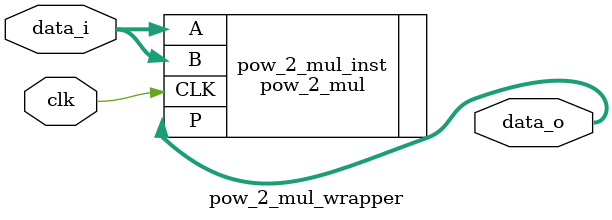
<source format=v>
`timescale 1ns / 1ps


module pow_2_mul_wrapper(
    input [7:0] data_i,
    output [15:0] data_o,
    input clk
    );
    
    pow_2_mul pow_2_mul_inst (
      .CLK(clk),  // input wire CLK
      .A(data_i),      // input wire [7 : 0] A
      .B(data_i),      // input wire [7 : 0] B
      .P(data_o)      // output wire [15 : 0] P
    );
endmodule

</source>
